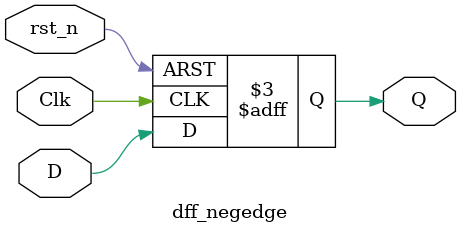
<source format=v>
module dff_negedge(input D, input Clk, input rst_n, output reg Q);
  always @(negedge Clk or negedge rst_n)
    if (!rst_n) Q <= 1'b0; else Q <= D;
endmodule
</source>
